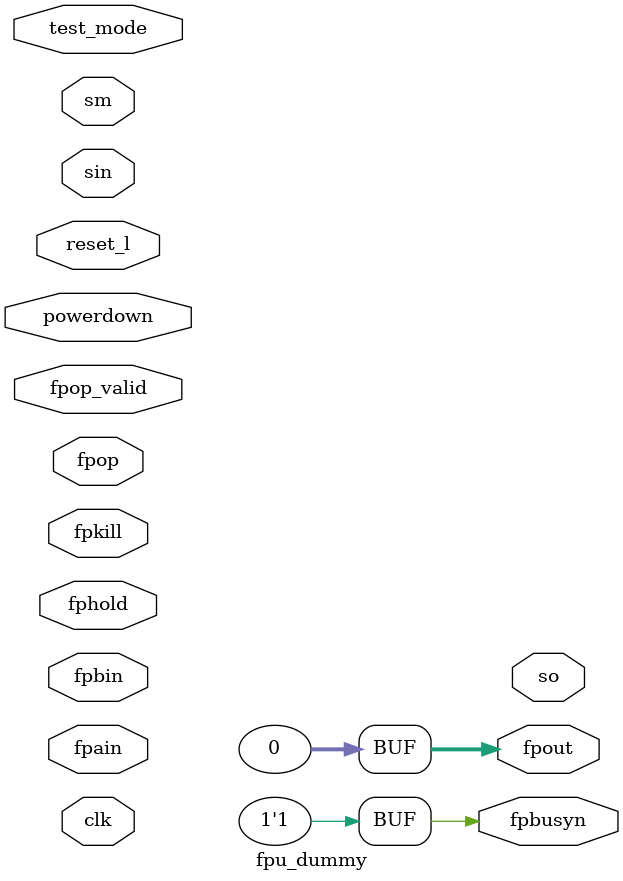
<source format=v>
/****************************************************************
 ---------------------------------------------------------------
     Copyright 1999 Sun Microsystems, Inc., 901 San Antonio
     Road, Palo Alto, CA 94303, U.S.A.  All Rights Reserved.
     The contents of this file are subject to the current
     version of the Sun Community Source License, picoJava-II
     Core ("the License").  You may not use this file except
     in compliance with the License.  You may obtain a copy
     of the License by searching for "Sun Community Source
     License" on the World Wide Web at http://www.sun.com.
     See the License for the rights, obligations, and
     limitations governing use of the contents of this file.

     Sun, Sun Microsystems, the Sun logo, and all Sun-based
     trademarks and logos, Java, picoJava, and all Java-based
     trademarks and logos are trademarks or registered trademarks 
     of Sun Microsystems, Inc. in the United States and other
     countries.
 ----------------------------------------------------------------
******************************************************************/




// synopsis translate_off
//`timescale 1ns/1ns
`timescale 1ns/10ps
`include "fpu.h"
// synopsis translate_on

module fpu_dummy(
     		fpain,    	// 32-bit A bus input.
     		fpbin,    	// 32-bit B bus input.
     		fpop,     	// Java Fp opcode (connected to first byte in IBUFF).
     		fpbusyn,  	// Signal asserted after valid operation begins
     		fpkill,   	// Input kills the operation returns to idle state.
     		fpout,    	// 32-bit output bus, Direct Drive.
     		clk,
     		so,
		sin,
		sm,
     		reset_l,
		powerdown, // used here to power down fpu roms
		test_mode,	// test signal for roms
     		fphold,     	// Signal to hold the data input/output on IU stalls.
     		fpop_valid); 	// Input indicating valid FPOP byte (connected to first
				// byte valid in IBUFF).

//  Top level FPU module.

  input [31:0]  fpain, fpbin;
  input  [7:0]  fpop;
  input         fpkill, fphold, reset_l, test_mode, powerdown;
  input         clk, sin,sm, fpop_valid;

  output [31:0] fpout;       // Direct Drive output,  No output tri-state needed.
  output        fpbusyn;     // Output signal for controlling FPU interface.
  output        so;

assign fpout[31:0] = 1'b0;
assign fpbusyn = 1'b1;

endmodule







             

</source>
